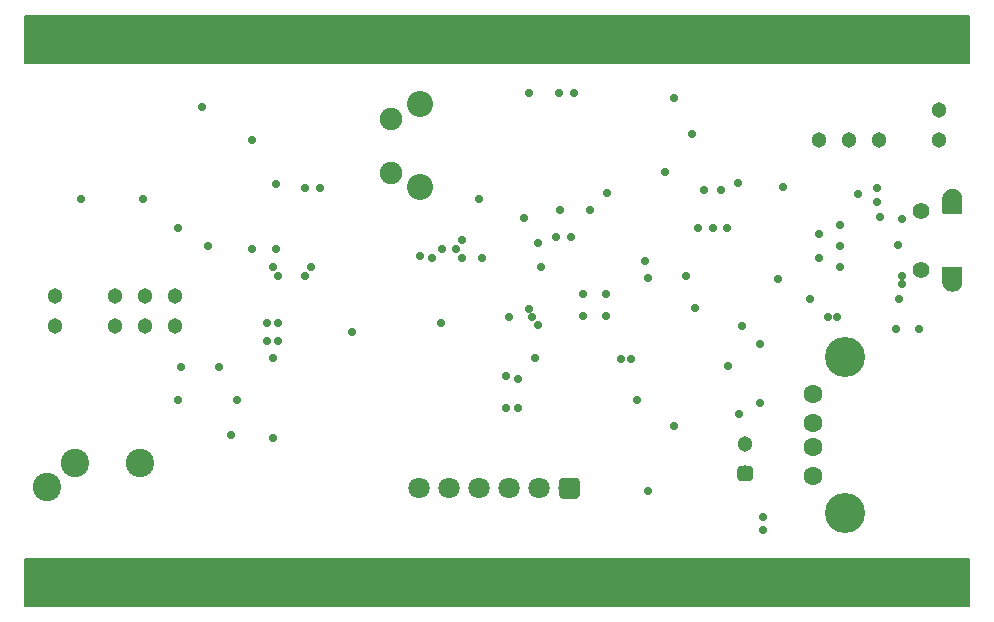
<source format=gbs>
G04 #@! TF.GenerationSoftware,KiCad,Pcbnew,(5.0.0)*
G04 #@! TF.CreationDate,2018-08-10T21:54:07-04:00*
G04 #@! TF.ProjectId,scope-footswitch,73636F70652D666F6F74737769746368,1*
G04 #@! TF.SameCoordinates,Original*
G04 #@! TF.FileFunction,Soldermask,Bot*
G04 #@! TF.FilePolarity,Negative*
%FSLAX46Y46*%
G04 Gerber Fmt 4.6, Leading zero omitted, Abs format (unit mm)*
G04 Created by KiCad (PCBNEW (5.0.0)) date 08/10/18 21:54:07*
%MOMM*%
%LPD*%
G01*
G04 APERTURE LIST*
%ADD10C,0.150000*%
%ADD11C,2.401600*%
%ADD12C,1.801600*%
%ADD13C,0.100000*%
%ADD14C,1.601600*%
%ADD15C,3.401600*%
%ADD16C,1.301600*%
%ADD17C,1.600000*%
%ADD18C,1.401600*%
%ADD19C,1.901600*%
%ADD20C,2.201600*%
%ADD21C,0.701600*%
G04 APERTURE END LIST*
D10*
G36*
X108600000Y-119200000D02*
X188600000Y-119200000D01*
X188600000Y-115200000D01*
X108600000Y-115200000D01*
X108600000Y-119200000D01*
G37*
X108600000Y-119200000D02*
X188600000Y-119200000D01*
X188600000Y-115200000D01*
X108600000Y-115200000D01*
X108600000Y-119200000D01*
G36*
X108600000Y-73200000D02*
X188600000Y-73200000D01*
X188600000Y-69200000D01*
X108600000Y-69200000D01*
X108600000Y-73200000D01*
G37*
X108600000Y-73200000D02*
X188600000Y-73200000D01*
X188600000Y-69200000D01*
X108600000Y-69200000D01*
X108600000Y-73200000D01*
D11*
G04 #@! TO.C,J1*
X118400000Y-107100000D03*
X112900000Y-107100000D03*
X110500000Y-109100000D03*
G04 #@! TD*
D12*
G04 #@! TO.C,P1*
X142020000Y-109200000D03*
X144560000Y-109200000D03*
X147100000Y-109200000D03*
X149640000Y-109200000D03*
X152180000Y-109200000D03*
D13*
G36*
X155214547Y-108301369D02*
X155258269Y-108307854D01*
X155301144Y-108318594D01*
X155342761Y-108333485D01*
X155382717Y-108352383D01*
X155420629Y-108375106D01*
X155456131Y-108401436D01*
X155488881Y-108431119D01*
X155518564Y-108463869D01*
X155544894Y-108499371D01*
X155567617Y-108537283D01*
X155586515Y-108577239D01*
X155601406Y-108618856D01*
X155612146Y-108661731D01*
X155618631Y-108705453D01*
X155620800Y-108749600D01*
X155620800Y-109650400D01*
X155618631Y-109694547D01*
X155612146Y-109738269D01*
X155601406Y-109781144D01*
X155586515Y-109822761D01*
X155567617Y-109862717D01*
X155544894Y-109900629D01*
X155518564Y-109936131D01*
X155488881Y-109968881D01*
X155456131Y-109998564D01*
X155420629Y-110024894D01*
X155382717Y-110047617D01*
X155342761Y-110066515D01*
X155301144Y-110081406D01*
X155258269Y-110092146D01*
X155214547Y-110098631D01*
X155170400Y-110100800D01*
X154269600Y-110100800D01*
X154225453Y-110098631D01*
X154181731Y-110092146D01*
X154138856Y-110081406D01*
X154097239Y-110066515D01*
X154057283Y-110047617D01*
X154019371Y-110024894D01*
X153983869Y-109998564D01*
X153951119Y-109968881D01*
X153921436Y-109936131D01*
X153895106Y-109900629D01*
X153872383Y-109862717D01*
X153853485Y-109822761D01*
X153838594Y-109781144D01*
X153827854Y-109738269D01*
X153821369Y-109694547D01*
X153819200Y-109650400D01*
X153819200Y-108749600D01*
X153821369Y-108705453D01*
X153827854Y-108661731D01*
X153838594Y-108618856D01*
X153853485Y-108577239D01*
X153872383Y-108537283D01*
X153895106Y-108499371D01*
X153921436Y-108463869D01*
X153951119Y-108431119D01*
X153983869Y-108401436D01*
X154019371Y-108375106D01*
X154057283Y-108352383D01*
X154097239Y-108333485D01*
X154138856Y-108318594D01*
X154181731Y-108307854D01*
X154225453Y-108301369D01*
X154269600Y-108299200D01*
X155170400Y-108299200D01*
X155214547Y-108301369D01*
X155214547Y-108301369D01*
G37*
D12*
X154720000Y-109200000D03*
G04 #@! TD*
D14*
G04 #@! TO.C,J2*
X175390000Y-108200000D03*
X175390000Y-105700000D03*
X175390000Y-103700000D03*
X175390000Y-101200000D03*
D15*
X178100000Y-111270000D03*
X178100000Y-98130000D03*
G04 #@! TD*
D13*
G04 #@! TO.C,C24*
G36*
X169957295Y-107300767D02*
X169988882Y-107305452D01*
X170019859Y-107313212D01*
X170049925Y-107323970D01*
X170078792Y-107337623D01*
X170106183Y-107354040D01*
X170131832Y-107373062D01*
X170155493Y-107394507D01*
X170176938Y-107418168D01*
X170195960Y-107443817D01*
X170212377Y-107471208D01*
X170226030Y-107500075D01*
X170236788Y-107530141D01*
X170244548Y-107561118D01*
X170249233Y-107592705D01*
X170250800Y-107624600D01*
X170250800Y-108275400D01*
X170249233Y-108307295D01*
X170244548Y-108338882D01*
X170236788Y-108369859D01*
X170226030Y-108399925D01*
X170212377Y-108428792D01*
X170195960Y-108456183D01*
X170176938Y-108481832D01*
X170155493Y-108505493D01*
X170131832Y-108526938D01*
X170106183Y-108545960D01*
X170078792Y-108562377D01*
X170049925Y-108576030D01*
X170019859Y-108586788D01*
X169988882Y-108594548D01*
X169957295Y-108599233D01*
X169925400Y-108600800D01*
X169274600Y-108600800D01*
X169242705Y-108599233D01*
X169211118Y-108594548D01*
X169180141Y-108586788D01*
X169150075Y-108576030D01*
X169121208Y-108562377D01*
X169093817Y-108545960D01*
X169068168Y-108526938D01*
X169044507Y-108505493D01*
X169023062Y-108481832D01*
X169004040Y-108456183D01*
X168987623Y-108428792D01*
X168973970Y-108399925D01*
X168963212Y-108369859D01*
X168955452Y-108338882D01*
X168950767Y-108307295D01*
X168949200Y-108275400D01*
X168949200Y-107624600D01*
X168950767Y-107592705D01*
X168955452Y-107561118D01*
X168963212Y-107530141D01*
X168973970Y-107500075D01*
X168987623Y-107471208D01*
X169004040Y-107443817D01*
X169023062Y-107418168D01*
X169044507Y-107394507D01*
X169068168Y-107373062D01*
X169093817Y-107354040D01*
X169121208Y-107337623D01*
X169150075Y-107323970D01*
X169180141Y-107313212D01*
X169211118Y-107305452D01*
X169242705Y-107300767D01*
X169274600Y-107299200D01*
X169925400Y-107299200D01*
X169957295Y-107300767D01*
X169957295Y-107300767D01*
G37*
D16*
X169600000Y-107950000D03*
X169600000Y-105450000D03*
G04 #@! TD*
D17*
G04 #@! TO.C,J3*
X187159000Y-91700000D03*
D13*
G36*
X186309176Y-90490089D02*
X186312067Y-90480560D01*
X186316761Y-90471777D01*
X186323079Y-90464079D01*
X186330777Y-90457761D01*
X186339560Y-90453067D01*
X186349089Y-90450176D01*
X186359000Y-90449200D01*
X187959000Y-90449200D01*
X187968911Y-90450176D01*
X187978440Y-90453067D01*
X187987223Y-90457761D01*
X187994921Y-90464079D01*
X188001239Y-90471777D01*
X188005933Y-90480560D01*
X188008824Y-90490089D01*
X188009800Y-90500000D01*
X188009800Y-91700000D01*
X188008836Y-91709789D01*
X188008836Y-91739254D01*
X188008591Y-91744233D01*
X188000896Y-91822363D01*
X188000165Y-91827294D01*
X187984849Y-91904294D01*
X187983638Y-91909131D01*
X187960848Y-91984259D01*
X187959168Y-91988952D01*
X187929124Y-92061484D01*
X187926993Y-92065991D01*
X187889985Y-92135229D01*
X187887422Y-92139505D01*
X187843805Y-92204782D01*
X187840835Y-92208786D01*
X187791030Y-92269474D01*
X187787682Y-92273168D01*
X187732168Y-92328682D01*
X187728474Y-92332030D01*
X187667786Y-92381835D01*
X187663782Y-92384805D01*
X187598505Y-92428422D01*
X187594229Y-92430985D01*
X187524991Y-92467993D01*
X187520484Y-92470124D01*
X187447952Y-92500168D01*
X187443259Y-92501848D01*
X187368131Y-92524638D01*
X187363294Y-92525849D01*
X187286294Y-92541165D01*
X187281363Y-92541896D01*
X187203233Y-92549591D01*
X187198254Y-92549836D01*
X187119746Y-92549836D01*
X187114767Y-92549591D01*
X187036637Y-92541896D01*
X187031706Y-92541165D01*
X186954706Y-92525849D01*
X186949869Y-92524638D01*
X186874741Y-92501848D01*
X186870048Y-92500168D01*
X186797516Y-92470124D01*
X186793009Y-92467993D01*
X186723771Y-92430985D01*
X186719495Y-92428422D01*
X186654218Y-92384805D01*
X186650214Y-92381835D01*
X186589526Y-92332030D01*
X186585832Y-92328682D01*
X186530318Y-92273168D01*
X186526970Y-92269474D01*
X186477165Y-92208786D01*
X186474195Y-92204782D01*
X186430578Y-92139505D01*
X186428015Y-92135229D01*
X186391007Y-92065991D01*
X186388876Y-92061484D01*
X186358832Y-91988952D01*
X186357152Y-91984259D01*
X186334362Y-91909131D01*
X186333151Y-91904294D01*
X186317835Y-91827294D01*
X186317104Y-91822363D01*
X186309409Y-91744233D01*
X186309164Y-91739254D01*
X186309164Y-91709789D01*
X186308200Y-91700000D01*
X186308200Y-90500000D01*
X186309176Y-90490089D01*
X186309176Y-90490089D01*
G37*
D18*
X184459000Y-90700000D03*
X184459000Y-85700000D03*
D17*
X187159000Y-84700000D03*
D13*
G36*
X188008824Y-85909911D02*
X188005933Y-85919440D01*
X188001239Y-85928223D01*
X187994921Y-85935921D01*
X187987223Y-85942239D01*
X187978440Y-85946933D01*
X187968911Y-85949824D01*
X187959000Y-85950800D01*
X186359000Y-85950800D01*
X186349089Y-85949824D01*
X186339560Y-85946933D01*
X186330777Y-85942239D01*
X186323079Y-85935921D01*
X186316761Y-85928223D01*
X186312067Y-85919440D01*
X186309176Y-85909911D01*
X186308200Y-85900000D01*
X186308200Y-84700000D01*
X186309164Y-84690211D01*
X186309164Y-84660746D01*
X186309409Y-84655767D01*
X186317104Y-84577637D01*
X186317835Y-84572706D01*
X186333151Y-84495706D01*
X186334362Y-84490869D01*
X186357152Y-84415741D01*
X186358832Y-84411048D01*
X186388876Y-84338516D01*
X186391007Y-84334009D01*
X186428015Y-84264771D01*
X186430578Y-84260495D01*
X186474195Y-84195218D01*
X186477165Y-84191214D01*
X186526970Y-84130526D01*
X186530318Y-84126832D01*
X186585832Y-84071318D01*
X186589526Y-84067970D01*
X186650214Y-84018165D01*
X186654218Y-84015195D01*
X186719495Y-83971578D01*
X186723771Y-83969015D01*
X186793009Y-83932007D01*
X186797516Y-83929876D01*
X186870048Y-83899832D01*
X186874741Y-83898152D01*
X186949869Y-83875362D01*
X186954706Y-83874151D01*
X187031706Y-83858835D01*
X187036637Y-83858104D01*
X187114767Y-83850409D01*
X187119746Y-83850164D01*
X187198254Y-83850164D01*
X187203233Y-83850409D01*
X187281363Y-83858104D01*
X187286294Y-83858835D01*
X187363294Y-83874151D01*
X187368131Y-83875362D01*
X187443259Y-83898152D01*
X187447952Y-83899832D01*
X187520484Y-83929876D01*
X187524991Y-83932007D01*
X187594229Y-83969015D01*
X187598505Y-83971578D01*
X187663782Y-84015195D01*
X187667786Y-84018165D01*
X187728474Y-84067970D01*
X187732168Y-84071318D01*
X187787682Y-84126832D01*
X187791030Y-84130526D01*
X187840835Y-84191214D01*
X187843805Y-84195218D01*
X187887422Y-84260495D01*
X187889985Y-84264771D01*
X187926993Y-84334009D01*
X187929124Y-84338516D01*
X187959168Y-84411048D01*
X187960848Y-84415741D01*
X187983638Y-84490869D01*
X187984849Y-84495706D01*
X188000165Y-84572706D01*
X188000896Y-84577637D01*
X188008591Y-84655767D01*
X188008836Y-84660746D01*
X188008836Y-84690211D01*
X188009800Y-84700000D01*
X188009800Y-85900000D01*
X188008824Y-85909911D01*
X188008824Y-85909911D01*
G37*
G04 #@! TD*
D16*
G04 #@! TO.C,SW3*
X121360000Y-95470000D03*
X118820000Y-95470000D03*
X116280000Y-95470000D03*
X121360000Y-92930000D03*
X118820000Y-92930000D03*
X116280000Y-92930000D03*
X111200000Y-95470000D03*
X111200000Y-92930000D03*
G04 #@! TD*
G04 #@! TO.C,SW1*
X175840000Y-79740000D03*
X178380000Y-79740000D03*
X180920000Y-79740000D03*
X186000000Y-77200000D03*
X186000000Y-79740000D03*
G04 #@! TD*
D19*
G04 #@! TO.C,SW2*
X139600000Y-77925000D03*
X139600000Y-82475000D03*
D20*
X142100000Y-76700000D03*
X142100000Y-83700000D03*
G04 #@! TD*
D21*
X109500000Y-72600000D03*
X112000000Y-72600000D03*
X114500000Y-72600000D03*
X117000000Y-72600000D03*
X119500000Y-72600000D03*
X122000000Y-72600000D03*
X124500000Y-72600000D03*
X127000000Y-72600000D03*
X129500000Y-72600000D03*
X132000000Y-72600000D03*
X134500000Y-72600000D03*
X137000000Y-72600000D03*
X139500000Y-72600000D03*
X142000000Y-72600000D03*
X144500000Y-72600000D03*
X147000000Y-72600000D03*
X149500000Y-72600000D03*
X152000000Y-72600000D03*
X154500000Y-72600000D03*
X157000000Y-72600000D03*
X159500000Y-72600000D03*
X162000000Y-72600000D03*
X164500000Y-72600000D03*
X167000000Y-72600000D03*
X169500000Y-72600000D03*
X172000000Y-72600000D03*
X174500000Y-72600000D03*
X177000000Y-72600000D03*
X179500000Y-72600000D03*
X182000000Y-72600000D03*
X184500000Y-72600000D03*
X187000000Y-72600000D03*
X161100000Y-89950000D03*
X166100000Y-83950000D03*
X126600000Y-101700000D03*
X125100000Y-98950000D03*
X126100000Y-104700000D03*
X152100000Y-95410000D03*
X152350000Y-90450000D03*
X153600000Y-87950000D03*
X151800000Y-98200000D03*
X159950000Y-98250000D03*
X182850000Y-86450000D03*
X172350000Y-91450000D03*
X165350000Y-93950000D03*
X170850000Y-96950000D03*
X166850000Y-87200000D03*
X168100000Y-87200000D03*
X165600000Y-87200000D03*
X184350000Y-95700000D03*
X182350000Y-95700000D03*
X182600000Y-93200000D03*
X175100000Y-93200000D03*
X182543664Y-88643664D03*
X172850000Y-83700000D03*
X165100000Y-79200000D03*
X129850000Y-83450000D03*
X127850000Y-79700000D03*
X163600000Y-103950000D03*
X163600000Y-76200000D03*
X162850000Y-82450000D03*
X161350000Y-91410000D03*
X155100000Y-75700000D03*
X153850000Y-75700000D03*
X151350000Y-75700000D03*
X133600000Y-83810000D03*
X132350000Y-83810000D03*
X136350000Y-95950000D03*
X129850000Y-88950000D03*
X127850000Y-88950000D03*
X143850000Y-95200000D03*
X123600000Y-76950000D03*
X161350000Y-109450000D03*
X121600000Y-101700000D03*
X129600000Y-104950000D03*
X129600000Y-98200000D03*
X118600000Y-84700000D03*
X121600000Y-87200000D03*
X113350000Y-84700000D03*
X147350000Y-89700000D03*
X145600000Y-88200000D03*
X151600000Y-94700000D03*
X154850000Y-87950000D03*
X152100000Y-88450000D03*
X159100000Y-98300000D03*
X160450000Y-101700000D03*
X164600000Y-91200000D03*
X168150000Y-98850000D03*
X142100000Y-89500000D03*
X147050000Y-84700000D03*
X181000000Y-86200000D03*
X171150000Y-111650000D03*
X171150000Y-112750000D03*
X153950000Y-85650000D03*
X180750000Y-85000000D03*
X180759235Y-83759363D03*
X121850000Y-98950000D03*
X149640000Y-94700000D03*
X124100000Y-88700000D03*
X157800000Y-92750000D03*
X155900000Y-94650000D03*
X157800000Y-94650000D03*
X155900000Y-92750000D03*
X109500000Y-115600000D03*
X112000000Y-115600000D03*
X114500000Y-115600000D03*
X117000000Y-115600000D03*
X119500000Y-115600000D03*
X122000000Y-115600000D03*
X124500000Y-115600000D03*
X127000000Y-115600000D03*
X129500000Y-115600000D03*
X132000000Y-115600000D03*
X134500000Y-115600000D03*
X137000000Y-115600000D03*
X139500000Y-115600000D03*
X142000000Y-115600000D03*
X144500000Y-115600000D03*
X147000000Y-115600000D03*
X149500000Y-115600000D03*
X152000000Y-115600000D03*
X154500000Y-115600000D03*
X157000000Y-115600000D03*
X159500000Y-115600000D03*
X162000000Y-115600000D03*
X164500000Y-115600000D03*
X167000000Y-115600000D03*
X169500000Y-115600000D03*
X172000000Y-115600000D03*
X174500000Y-115600000D03*
X177000000Y-115600000D03*
X179500000Y-115600000D03*
X182000000Y-115600000D03*
X184500000Y-115600000D03*
X187000000Y-115600000D03*
X177600000Y-88700000D03*
X182850000Y-91200000D03*
X182850000Y-91950000D03*
X177600000Y-90450000D03*
X177600000Y-86950000D03*
X170850000Y-101950000D03*
X169100000Y-102950000D03*
X156500000Y-85650000D03*
X157950000Y-84200000D03*
X169000000Y-83400000D03*
X167600000Y-83950000D03*
X150850000Y-86339990D03*
X151300000Y-93990000D03*
X177350000Y-94700000D03*
X176600000Y-94700000D03*
X169350000Y-95450000D03*
X179200000Y-84300000D03*
X132350000Y-91200000D03*
X130100000Y-91200000D03*
X145100000Y-88950000D03*
X143950000Y-88950000D03*
X145600000Y-89700000D03*
X143100000Y-89700000D03*
X129600000Y-90450000D03*
X132850000Y-90450000D03*
X130100000Y-96700000D03*
X130100000Y-95200000D03*
X150350000Y-99950000D03*
X150350000Y-102450000D03*
X129100000Y-96700000D03*
X129100000Y-95200000D03*
X149350000Y-102450000D03*
X149350000Y-99700000D03*
X175850000Y-87700000D03*
X175850000Y-89700000D03*
M02*

</source>
